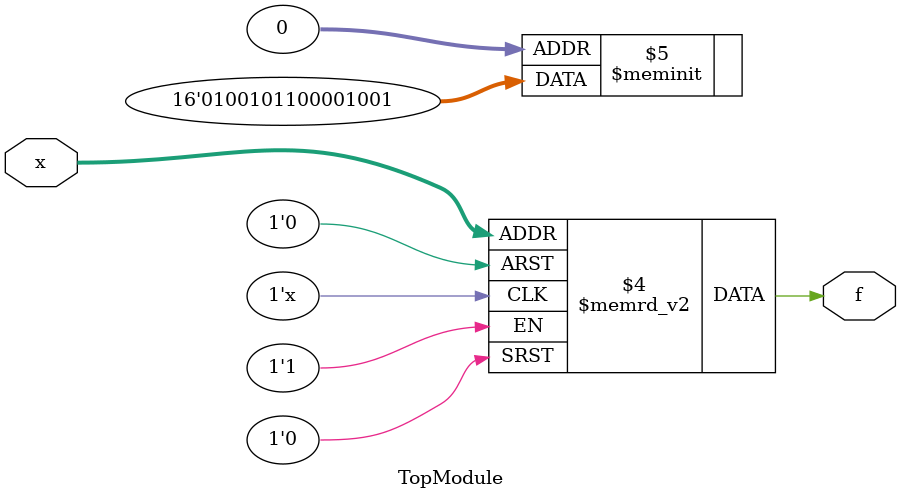
<source format=sv>
module TopModule (
    input logic [3:0] x,
    output logic f
);

    always @(*) begin
        case (x)
            4'b0000: f = 1'b1; // 1
            4'b0001: f = 1'b0; // 0
            4'b0010: f = 1'b0; // 0
            4'b0011: f = 1'b1; // 1
            4'b0100: f = 1'b0; // 0
            4'b0101: f = 1'b0; // 0
            4'b0110: f = 1'b0; // 0
            4'b0111: f = 1'b0; // 0
            4'b1000: f = 1'b1; // 1
            4'b1001: f = 1'b1; // 1
            4'b1010: f = 1'b0; // 0
            4'b1011: f = 1'b1; // 1
            4'b1100: f = 1'b0; // 0
            4'b1101: f = 1'b0; // 0
            4'b1110: f = 1'b1; // 1
            4'b1111: f = 1'b0; // 0
            default: f = 1'b0; // Default case, although all cases are covered
        endcase
    end

endmodule
</source>
